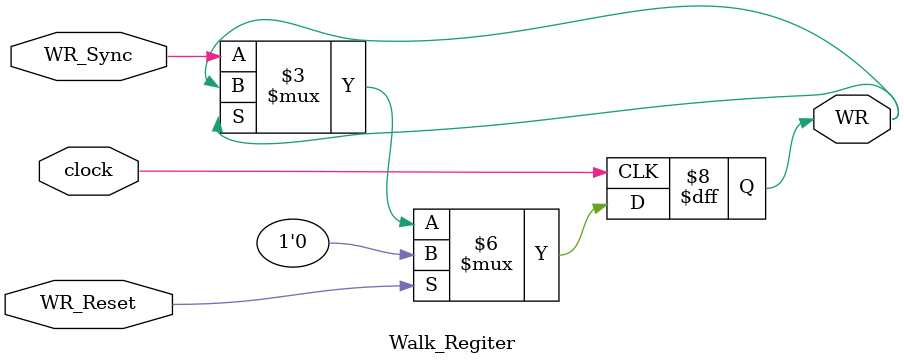
<source format=v>
`timescale 1ns / 1ps
module Walk_Regiter(
	 input clock,
    input WR_Sync,
    input WR_Reset,
    output reg WR
    );
	 
	 always @ (posedge clock)
	 begin
	 if (WR_Reset)
	 begin
			WR<= 0; 
	 end
	 else 
	 begin
		if(WR)
		begin
			 WR<=WR;
		end
		else
		begin
			 WR<=WR_Sync;
		end
		end 
	 end 
	

endmodule

</source>
